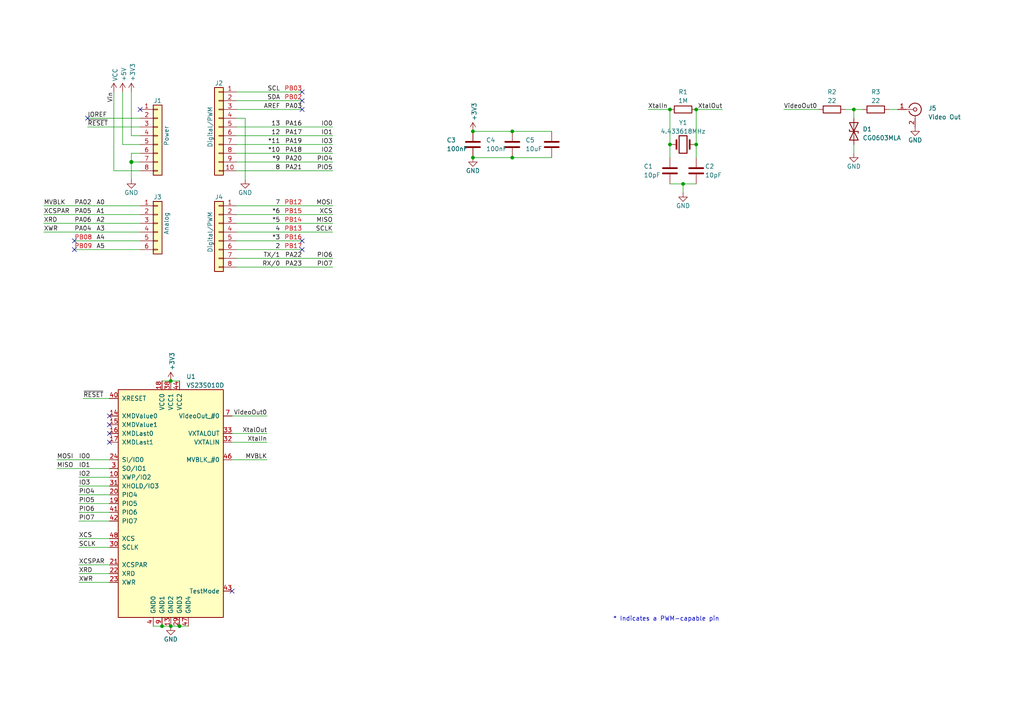
<source format=kicad_sch>
(kicad_sch (version 20230121) (generator eeschema)
  (paper "A4")
  (title_block (date "mar. 31 mars 2015"))
  (lib_symbols
    (symbol "Connector:Conn_Coaxial" (pin_names (offset 1.016) hide)
      (property "Reference" "J" (at 0.254 3.048 0))
      (property "Value" "Conn_Coaxial" (at 2.921 0 90))
      (symbol "Conn_Coaxial_0_1"
        (arc (start -1.778 -0.508) (mid 0.2311 -1.8066) (end 1.778 0) (stroke (width 0.254)))
        (polyline (pts (xy -2.54 0) (xy -0.508 0)))
        (polyline (pts (xy 0 -2.54) (xy 0 -1.778)))
        (circle (center 0 0) (radius 0.508) (stroke (width 0.2032)))
        (arc (start 1.778 0) (mid 0.2099 1.8101) (end -1.778 0.508) (stroke (width 0.254)))
      )
      (symbol "Conn_Coaxial_1_1"
        (pin passive line (at -5.08 0 0) (length 2.54) (name "In") (number "1"))
        (pin passive line (at 0 -5.08 90) (length 2.54) (name "Ext") (number "2"))
      )
    )
    (symbol "Connector_Generic:Conn_01x06" (pin_names (offset 1.016) hide)
      (property "Reference" "J" (at 0 7.62 0))
      (property "Value" "Conn_01x06" (at 0 -10.16 0))
      (symbol "Conn_01x06_1_1"
        (rectangle (start -1.27 -7.493) (end 0 -7.747) (stroke (width 0.1524)))
        (rectangle (start -1.27 -4.953) (end 0 -5.207) (stroke (width 0.1524)))
        (rectangle (start -1.27 -2.413) (end 0 -2.667) (stroke (width 0.1524)))
        (rectangle (start -1.27 0.127) (end 0 -0.127) (stroke (width 0.1524)))
        (rectangle (start -1.27 2.667) (end 0 2.413) (stroke (width 0.1524)))
        (rectangle (start -1.27 5.207) (end 0 4.953) (stroke (width 0.1524)))
        (rectangle (start -1.27 6.35) (end 1.27 -8.89) (stroke (width 0.254)) (fill (type background)))
        (pin passive line (at -5.08 5.08 0) (length 3.81) (name "Pin_1") (number "1"))
        (pin passive line (at -5.08 2.54 0) (length 3.81) (name "Pin_2") (number "2"))
        (pin passive line (at -5.08 0 0) (length 3.81) (name "Pin_3") (number "3"))
        (pin passive line (at -5.08 -2.54 0) (length 3.81) (name "Pin_4") (number "4"))
        (pin passive line (at -5.08 -5.08 0) (length 3.81) (name "Pin_5") (number "5"))
        (pin passive line (at -5.08 -7.62 0) (length 3.81) (name "Pin_6") (number "6"))
      )
    )
    (symbol "Connector_Generic:Conn_01x08" (pin_names (offset 1.016) hide)
      (property "Reference" "J" (at 0 10.16 0))
      (property "Value" "Conn_01x08" (at 0 -12.7 0))
      (symbol "Conn_01x08_1_1"
        (rectangle (start -1.27 -10.033) (end 0 -10.287) (stroke (width 0.1524)))
        (rectangle (start -1.27 -7.493) (end 0 -7.747) (stroke (width 0.1524)))
        (rectangle (start -1.27 -4.953) (end 0 -5.207) (stroke (width 0.1524)))
        (rectangle (start -1.27 -2.413) (end 0 -2.667) (stroke (width 0.1524)))
        (rectangle (start -1.27 0.127) (end 0 -0.127) (stroke (width 0.1524)))
        (rectangle (start -1.27 2.667) (end 0 2.413) (stroke (width 0.1524)))
        (rectangle (start -1.27 5.207) (end 0 4.953) (stroke (width 0.1524)))
        (rectangle (start -1.27 7.747) (end 0 7.493) (stroke (width 0.1524)))
        (rectangle (start -1.27 8.89) (end 1.27 -11.43) (stroke (width 0.254)) (fill (type background)))
        (pin passive line (at -5.08 7.62 0) (length 3.81) (name "Pin_1") (number "1"))
        (pin passive line (at -5.08 5.08 0) (length 3.81) (name "Pin_2") (number "2"))
        (pin passive line (at -5.08 2.54 0) (length 3.81) (name "Pin_3") (number "3"))
        (pin passive line (at -5.08 0 0) (length 3.81) (name "Pin_4") (number "4"))
        (pin passive line (at -5.08 -2.54 0) (length 3.81) (name "Pin_5") (number "5"))
        (pin passive line (at -5.08 -5.08 0) (length 3.81) (name "Pin_6") (number "6"))
        (pin passive line (at -5.08 -7.62 0) (length 3.81) (name "Pin_7") (number "7"))
        (pin passive line (at -5.08 -10.16 0) (length 3.81) (name "Pin_8") (number "8"))
      )
    )
    (symbol "Connector_Generic:Conn_01x10" (pin_names (offset 1.016) hide)
      (property "Reference" "J" (at 0 12.7 0))
      (property "Value" "Conn_01x10" (at 0 -15.24 0))
      (symbol "Conn_01x10_1_1"
        (rectangle (start -1.27 -12.573) (end 0 -12.827) (stroke (width 0.1524)))
        (rectangle (start -1.27 -10.033) (end 0 -10.287) (stroke (width 0.1524)))
        (rectangle (start -1.27 -7.493) (end 0 -7.747) (stroke (width 0.1524)))
        (rectangle (start -1.27 -4.953) (end 0 -5.207) (stroke (width 0.1524)))
        (rectangle (start -1.27 -2.413) (end 0 -2.667) (stroke (width 0.1524)))
        (rectangle (start -1.27 0.127) (end 0 -0.127) (stroke (width 0.1524)))
        (rectangle (start -1.27 2.667) (end 0 2.413) (stroke (width 0.1524)))
        (rectangle (start -1.27 5.207) (end 0 4.953) (stroke (width 0.1524)))
        (rectangle (start -1.27 7.747) (end 0 7.493) (stroke (width 0.1524)))
        (rectangle (start -1.27 10.287) (end 0 10.033) (stroke (width 0.1524)))
        (rectangle (start -1.27 11.43) (end 1.27 -13.97) (stroke (width 0.254)) (fill (type background)))
        (pin passive line (at -5.08 10.16 0) (length 3.81) (name "Pin_1") (number "1"))
        (pin passive line (at -5.08 -12.7 0) (length 3.81) (name "Pin_10") (number "10"))
        (pin passive line (at -5.08 7.62 0) (length 3.81) (name "Pin_2") (number "2"))
        (pin passive line (at -5.08 5.08 0) (length 3.81) (name "Pin_3") (number "3"))
        (pin passive line (at -5.08 2.54 0) (length 3.81) (name "Pin_4") (number "4"))
        (pin passive line (at -5.08 0 0) (length 3.81) (name "Pin_5") (number "5"))
        (pin passive line (at -5.08 -2.54 0) (length 3.81) (name "Pin_6") (number "6"))
        (pin passive line (at -5.08 -5.08 0) (length 3.81) (name "Pin_7") (number "7"))
        (pin passive line (at -5.08 -7.62 0) (length 3.81) (name "Pin_8") (number "8"))
        (pin passive line (at -5.08 -10.16 0) (length 3.81) (name "Pin_9") (number "9"))
      )
    )
    (symbol "Device:C" (pin_numbers hide) (pin_names (offset 0.254))
      (property "Reference" "C" (at 0.635 2.54 0))
      (property "Value" "C" (at 0.635 -2.54 0))
      (symbol "C_0_1"
        (polyline (pts (xy -2.032 -0.762) (xy 2.032 -0.762)) (stroke (width 0.508)))
        (polyline (pts (xy -2.032 0.762) (xy 2.032 0.762)) (stroke (width 0.508)))
      )
      (symbol "C_1_1"
        (pin passive line (at 0 3.81 270) (length 2.794) (name "~") (number "1"))
        (pin passive line (at 0 -3.81 90) (length 2.794) (name "~") (number "2"))
      )
    )
    (symbol "Device:Crystal" (pin_numbers hide) (pin_names (offset 1.016) hide)
      (property "Reference" "Y" (at 0 3.81 0))
      (property "Value" "Crystal" (at 0 -3.81 0))
      (symbol "Crystal_0_1"
        (rectangle (start -1.143 2.54) (end 1.143 -2.54) (stroke (width 0.3048)))
        (polyline (pts (xy -2.54 0) (xy -1.905 0)))
        (polyline (pts (xy -1.905 -1.27) (xy -1.905 1.27)) (stroke (width 0.508)))
        (polyline (pts (xy 1.905 -1.27) (xy 1.905 1.27)) (stroke (width 0.508)))
        (polyline (pts (xy 2.54 0) (xy 1.905 0)))
      )
      (symbol "Crystal_1_1"
        (pin passive line (at -3.81 0 0) (length 1.27) (name "1") (number "1"))
        (pin passive line (at 3.81 0 180) (length 1.27) (name "2") (number "2"))
      )
    )
    (symbol "Device:D_TVS" (pin_numbers hide) (pin_names (offset 1.016) hide)
      (property "Reference" "D" (at 0 2.54 0))
      (property "Value" "D_TVS" (at 0 -2.54 0))
      (symbol "D_TVS_0_1"
        (polyline (pts (xy 1.27 0) (xy -1.27 0)))
        (polyline (pts (xy 0.508 1.27) (xy 0 1.27) (xy 0 -1.27) (xy -0.508 -1.27)) (stroke (width 0.254)))
        (polyline (pts (xy -2.54 1.27) (xy -2.54 -1.27) (xy 2.54 1.27) (xy 2.54 -1.27) (xy -2.54 1.27)) (stroke (width 0.254)))
      )
      (symbol "D_TVS_1_1"
        (pin passive line (at -3.81 0 0) (length 2.54) (name "A1") (number "1"))
        (pin passive line (at 3.81 0 180) (length 2.54) (name "A2") (number "2"))
      )
    )
    (symbol "Device:R" (pin_numbers hide) (pin_names (offset 0))
      (property "Reference" "R" (at 2.032 0 90))
      (property "Value" "R" (at 0 0 90))
      (symbol "R_0_1"
        (rectangle (start -1.016 -2.54) (end 1.016 2.54) (stroke (width 0.254)))
      )
      (symbol "R_1_1"
        (pin passive line (at 0 3.81 270) (length 1.27) (name "~") (number "1"))
        (pin passive line (at 0 -3.81 90) (length 1.27) (name "~") (number "2"))
      )
    )
    (symbol "VLSI_VS23:VS23S010D-L" (pin_names (offset 1.016))
      (property "Reference" "U" (at -12.7 34.29 0))
      (property "Value" "VS23S010D" (at 24.13 34.29 0))
      (symbol "VS23S010D-L_0_1"
        (rectangle (start -15.24 33.02) (end 15.24 -33.02) (stroke (width 0.254)) (fill (type background)))
      )
      (symbol "VS23S010D-L_1_1"
        (pin bidirectional line (at -17.78 7.62 0) (length 2.54) (name "XWP/IO2") (number "10"))
        (pin power_in line (at 0 -35.56 90) (length 2.54) (name "GND2") (number "13"))
        (pin input line (at -17.78 25.4 0) (length 2.54) (name "XMDValue0") (number "14"))
        (pin input line (at -17.78 22.86 0) (length 2.54) (name "XMDValue1") (number "15"))
        (pin input line (at -17.78 20.32 0) (length 2.54) (name "XMDLast0") (number "16"))
        (pin input line (at -17.78 17.78 0) (length 2.54) (name "XMDLast1") (number "17"))
        (pin power_in line (at -2.54 35.56 270) (length 2.54) (name "VCC0") (number "18"))
        (pin bidirectional line (at -17.78 0 0) (length 2.54) (name "PIO5") (number "19"))
        (pin bidirectional line (at -17.78 2.54 0) (length 2.54) (name "PIO4") (number "20"))
        (pin input line (at -17.78 -17.78 0) (length 2.54) (name "XCSPAR") (number "21"))
        (pin input line (at -17.78 -20.32 0) (length 2.54) (name "XRD") (number "22"))
        (pin input line (at -17.78 -22.86 0) (length 2.54) (name "XWR") (number "23"))
        (pin bidirectional line (at -17.78 12.7 0) (length 2.54) (name "SI/IO0") (number "24"))
        (pin power_in line (at 2.54 -35.56 90) (length 2.54) (name "GND3") (number "29"))
        (pin bidirectional line (at -17.78 10.16 0) (length 2.54) (name "SO/IO1") (number "3"))
        (pin input line (at -17.78 -12.7 0) (length 2.54) (name "SCLK") (number "30"))
        (pin bidirectional line (at -17.78 5.08 0) (length 2.54) (name "XHOLD/IO3") (number "31"))
        (pin input line (at 17.78 17.78 180) (length 2.54) (name "VXTALIN") (number "32"))
        (pin output line (at 17.78 20.32 180) (length 2.54) (name "VXTALOUT") (number "33"))
        (pin power_in line (at 0 35.56 270) (length 2.54) (name "VCC1") (number "38"))
        (pin no_connect line (at 17.78 -22.86 180) (length 2.54) hide (name "CVDD") (number "39"))
        (pin power_in line (at -5.08 -35.56 90) (length 2.54) (name "GND0") (number "4"))
        (pin input line (at -17.78 30.48 0) (length 2.54) (name "XRESET") (number "40"))
        (pin bidirectional line (at -17.78 -2.54 0) (length 2.54) (name "PIO6") (number "41"))
        (pin bidirectional line (at -17.78 -5.08 0) (length 2.54) (name "PIO7") (number "42"))
        (pin input line (at 17.78 -25.4 180) (length 2.54) (name "TestMode") (number "43"))
        (pin power_in line (at 2.54 35.56 270) (length 2.54) (name "VCC2") (number "44"))
        (pin output line (at 17.78 12.7 180) (length 2.54) (name "MVBLK_#0") (number "46"))
        (pin power_in line (at 5.08 -35.56 90) (length 2.54) (name "GND4") (number "47"))
        (pin input line (at -17.78 -10.16 0) (length 2.54) (name "XCS") (number "48"))
        (pin output line (at 17.78 25.4 180) (length 2.54) (name "VideoOut_#0") (number "7"))
        (pin power_in line (at -2.54 -35.56 90) (length 2.54) (name "GND1") (number "9"))
      )
    )
    (symbol "power:+3V3" (power) (pin_names (offset 0))
      (property "Value" "+3V3" (at 0 3.556 0))
      (symbol "+3V3_0_1"
        (polyline (pts (xy -0.762 1.27) (xy 0 2.54)))
        (polyline (pts (xy 0 0) (xy 0 2.54)))
        (polyline (pts (xy 0 2.54) (xy 0.762 1.27)))
      )
      (symbol "+3V3_1_1"
        (pin power_in line (at 0 0 90) (length 0) hide (name "+3V3") (number "1"))
      )
    )
    (symbol "power:+5V" (power) (pin_names (offset 0))
      (property "Value" "+5V" (at 0 3.556 0))
      (symbol "+5V_0_1"
        (polyline (pts (xy -0.762 1.27) (xy 0 2.54)))
        (polyline (pts (xy 0 0) (xy 0 2.54)))
        (polyline (pts (xy 0 2.54) (xy 0.762 1.27)))
      )
      (symbol "+5V_1_1"
        (pin power_in line (at 0 0 90) (length 0) hide (name "+5V") (number "1"))
      )
    )
    (symbol "power:GND" (power) (pin_names (offset 0))
      (property "Value" "GND" (at 0 -3.81 0))
      (symbol "GND_0_1"
        (polyline (pts (xy 0 0) (xy 0 -1.27) (xy 1.27 -1.27) (xy 0 -2.54) (xy -1.27 -1.27) (xy 0 -1.27)))
      )
      (symbol "GND_1_1"
        (pin power_in line (at 0 0 270) (length 0) hide (name "GND") (number "1"))
      )
    )
    (symbol "power:VCC" (power) (pin_names (offset 0))
      (property "Value" "VCC" (at 0 3.81 0))
      (symbol "VCC_0_1"
        (polyline (pts (xy -0.762 1.27) (xy 0 2.54)))
        (polyline (pts (xy 0 0) (xy 0 2.54)))
        (polyline (pts (xy 0 2.54) (xy 0.762 1.27)))
      )
      (symbol "VCC_1_1"
        (pin power_in line (at 0 0 90) (length 0) hide (name "VCC") (number "1"))
      )
    )
  )
  (junction (at 194.31 41.91))
  (junction (at 49.53 110.49))
  (junction (at 198.12 53.34))
  (junction (at 137.16 45.72))
  (junction (at 137.16 38.1))
  (junction (at 38.1 46.99) (diameter 1.016))
  (junction (at 52.07 181.61))
  (junction (at 49.53 181.61))
  (junction (at 201.93 41.91))
  (junction (at 247.65 31.75))
  (junction (at 201.93 31.75))
  (junction (at 194.31 31.75))
  (junction (at 148.59 38.1))
  (junction (at 46.99 181.61))
  (junction (at 148.59 45.72))
  (no_connect (at 67.31 171.45))
  (no_connect (at 31.75 128.27))
  (no_connect (at 87.63 72.39))
  (no_connect (at 21.59 72.39))
  (no_connect (at 31.75 125.73))
  (no_connect (at 87.63 69.85))
  (no_connect (at 87.63 26.67))
  (no_connect (at 31.75 120.65))
  (no_connect (at 87.63 29.21))
  (no_connect (at 31.75 123.19))
  (no_connect (at 87.63 31.75))
  (no_connect (at 25.4 34.29))
  (no_connect (at 21.59 69.85))
  (no_connect (at 40.64 31.75))
  (wire (pts (xy 68.58 77.47) (xy 96.52 77.47)))
  (wire (pts (xy 227.33 31.75) (xy 237.49 31.75)))
  (wire (pts (xy 68.58 44.45) (xy 96.52 44.45)))
  (wire (pts (xy 245.11 31.75) (xy 247.65 31.75)))
  (wire (pts (xy 12.7 62.23) (xy 40.64 62.23)))
  (wire (pts (xy 68.58 26.67) (xy 87.63 26.67)))
  (wire (pts (xy 247.65 34.29) (xy 247.65 31.75)))
  (wire (pts (xy 194.31 53.34) (xy 198.12 53.34)))
  (wire (pts (xy 247.65 41.91) (xy 247.65 44.45)))
  (wire (pts (xy 38.1 44.45) (xy 38.1 46.99)))
  (wire (pts (xy 16.51 133.35) (xy 31.75 133.35)))
  (wire (pts (xy 12.7 67.31) (xy 40.64 67.31)))
  (wire (pts (xy 21.59 69.85) (xy 40.64 69.85)))
  (wire (pts (xy 198.12 53.34) (xy 201.93 53.34)))
  (wire (pts (xy 22.86 140.97) (xy 31.75 140.97)))
  (wire (pts (xy 22.86 168.91) (xy 31.75 168.91)))
  (wire (pts (xy 38.1 46.99) (xy 38.1 52.07)))
  (wire (pts (xy 38.1 39.37) (xy 40.64 39.37)))
  (wire (pts (xy 35.56 41.91) (xy 40.64 41.91)))
  (wire (pts (xy 35.56 26.67) (xy 35.56 41.91)))
  (wire (pts (xy 247.65 31.75) (xy 250.19 31.75)))
  (wire (pts (xy 68.58 36.83) (xy 96.52 36.83)))
  (wire (pts (xy 38.1 26.67) (xy 38.1 39.37)))
  (wire (pts (xy 68.58 59.69) (xy 96.52 59.69)))
  (wire (pts (xy 49.53 110.49) (xy 52.07 110.49)))
  (wire (pts (xy 201.93 31.75) (xy 209.55 31.75)))
  (wire (pts (xy 68.58 39.37) (xy 96.52 39.37)))
  (wire (pts (xy 22.86 143.51) (xy 31.75 143.51)))
  (wire (pts (xy 68.58 62.23) (xy 96.52 62.23)))
  (wire (pts (xy 257.81 31.75) (xy 260.35 31.75)))
  (wire (pts (xy 68.58 31.75) (xy 87.63 31.75)))
  (wire (pts (xy 22.86 151.13) (xy 31.75 151.13)))
  (wire (pts (xy 68.58 46.99) (xy 96.52 46.99)))
  (wire (pts (xy 137.16 38.1) (xy 148.59 38.1)))
  (wire (pts (xy 187.96 31.75) (xy 194.31 31.75)))
  (wire (pts (xy 68.58 69.85) (xy 87.63 69.85)))
  (wire (pts (xy 68.58 67.31) (xy 96.52 67.31)))
  (wire (pts (xy 22.86 148.59) (xy 31.75 148.59)))
  (wire (pts (xy 44.45 181.61) (xy 46.99 181.61)))
  (wire (pts (xy 22.86 166.37) (xy 31.75 166.37)))
  (wire (pts (xy 194.31 31.75) (xy 194.31 41.91)))
  (wire (pts (xy 71.12 34.29) (xy 71.12 52.07)))
  (wire (pts (xy 21.59 72.39) (xy 40.64 72.39)))
  (wire (pts (xy 67.31 125.73) (xy 77.47 125.73)))
  (wire (pts (xy 25.4 36.83) (xy 40.64 36.83)))
  (wire (pts (xy 24.13 115.57) (xy 31.75 115.57)))
  (wire (pts (xy 22.86 138.43) (xy 31.75 138.43)))
  (wire (pts (xy 40.64 46.99) (xy 38.1 46.99)))
  (wire (pts (xy 148.59 45.72) (xy 160.02 45.72)))
  (wire (pts (xy 22.86 158.75) (xy 31.75 158.75)))
  (wire (pts (xy 201.93 31.75) (xy 201.93 41.91)))
  (wire (pts (xy 40.64 49.53) (xy 33.02 49.53)))
  (wire (pts (xy 68.58 72.39) (xy 87.63 72.39)))
  (wire (pts (xy 22.86 156.21) (xy 31.75 156.21)))
  (wire (pts (xy 12.7 59.69) (xy 40.64 59.69)))
  (wire (pts (xy 22.86 146.05) (xy 31.75 146.05)))
  (wire (pts (xy 12.7 64.77) (xy 40.64 64.77)))
  (wire (pts (xy 68.58 34.29) (xy 71.12 34.29)))
  (wire (pts (xy 194.31 41.91) (xy 194.31 45.72)))
  (wire (pts (xy 40.64 44.45) (xy 38.1 44.45)))
  (wire (pts (xy 68.58 41.91) (xy 96.52 41.91)))
  (wire (pts (xy 46.99 181.61) (xy 49.53 181.61)))
  (wire (pts (xy 52.07 181.61) (xy 54.61 181.61)))
  (wire (pts (xy 49.53 181.61) (xy 52.07 181.61)))
  (wire (pts (xy 67.31 120.65) (xy 77.47 120.65)))
  (wire (pts (xy 198.12 53.34) (xy 198.12 55.88)))
  (wire (pts (xy 25.4 34.29) (xy 40.64 34.29)))
  (wire (pts (xy 148.59 38.1) (xy 160.02 38.1)))
  (wire (pts (xy 68.58 49.53) (xy 96.52 49.53)))
  (wire (pts (xy 16.51 135.89) (xy 31.75 135.89)))
  (wire (pts (xy 68.58 29.21) (xy 87.63 29.21)))
  (wire (pts (xy 46.99 110.49) (xy 49.53 110.49)))
  (wire (pts (xy 137.16 45.72) (xy 148.59 45.72)))
  (wire (pts (xy 22.86 163.83) (xy 31.75 163.83)))
  (wire (pts (xy 67.31 133.35) (xy 77.47 133.35)))
  (wire (pts (xy 68.58 64.77) (xy 96.52 64.77)))
  (wire (pts (xy 201.93 41.91) (xy 201.93 45.72)))
  (wire (pts (xy 67.31 128.27) (xy 77.47 128.27)))
  (wire (pts (xy 68.58 74.93) (xy 96.52 74.93)))
  (wire (pts (xy 33.02 49.53) (xy 33.02 26.67)))
  (text "* Indicates a PWM-capable pin" (at 177.8 180.34 0) (effects (font (size 1.27 1.27)) (justify left bottom)))
  (label "RX{slash}0" (at 81.28 77.47 180))
  (label "A2" (at 27.94 64.77 0))
  (label "4" (at 81.28 67.31 180))
  (label "PIO7" (at 96.52 77.47 180))
  (label "XtalOut" (at 77.47 125.73 180))
  (label "PIO7" (at 22.86 151.13 0))
  (label "XtalOut" (at 209.55 31.75 180))
  (label "PB03" (at 87.63 26.67 180))
  (label "2" (at 81.28 72.39 180))
  (label "MVBLK" (at 77.47 133.35 180))
  (label "XCSPAR" (at 22.86 163.83 0))
  (label "SCLK" (at 22.86 158.75 0))
  (label "A3" (at 27.94 67.31 0))
  (label "XWR" (at 22.86 168.91 0))
  (label "13" (at 81.28 36.83 180))
  (label "PB13" (at 87.63 67.31 180))
  (label "PIO4" (at 22.86 143.51 0))
  (label "PB15" (at 87.63 62.23 180))
  (label "PB16" (at 87.63 69.85 180))
  (label "IO1" (at 96.52 39.37 180))
  (label "VideoOut0" (at 227.33 31.75 0))
  (label "PB14" (at 87.63 64.77 180))
  (label "12" (at 81.28 39.37 180))
  (label "~{RESET}" (at 25.4 36.83 0))
  (label "PA04" (at 21.59 67.31 0))
  (label "*10" (at 81.28 44.45 180))
  (label "IO0" (at 96.52 36.83 180))
  (label "PIO6" (at 22.86 148.59 0))
  (label "SCLK" (at 96.52 67.31 180))
  (label "PA16" (at 87.63 36.83 180))
  (label "PA03" (at 87.63 31.75 180))
  (label "MOSI" (at 96.52 59.69 180))
  (label "PIO5" (at 96.52 49.53 180))
  (label "PB09" (at 21.59 72.39 0))
  (label "XtalIn" (at 77.47 128.27 180))
  (label "PB17" (at 87.63 72.39 180))
  (label "MISO" (at 16.51 135.89 0))
  (label "IO2" (at 96.52 44.45 180))
  (label "PA05" (at 21.59 62.23 0))
  (label "PB02" (at 87.63 29.21 180))
  (label "XRD" (at 12.7 64.77 0))
  (label "PA02" (at 21.59 59.69 0))
  (label "7" (at 81.28 59.69 180))
  (label "SDA" (at 81.28 29.21 180))
  (label "8" (at 81.28 49.53 180))
  (label "MOSI" (at 16.51 133.35 0))
  (label "PA22" (at 87.63 74.93 180))
  (label "PA19" (at 87.63 41.91 180))
  (label "PA20" (at 87.63 46.99 180))
  (label "XtalIn" (at 187.96 31.75 0))
  (label "IO2" (at 22.86 138.43 0))
  (label "IO3" (at 96.52 41.91 180))
  (label "*11" (at 81.28 41.91 180))
  (label "*3" (at 81.28 69.85 180))
  (label "PA23" (at 87.63 77.47 180))
  (label "XCSPAR" (at 12.7 62.23 0))
  (label "PB12" (at 87.63 59.69 180))
  (label "PIO6" (at 96.52 74.93 180))
  (label "XWR" (at 12.7 67.31 0))
  (label "PA06" (at 21.59 64.77 0))
  (label "A1" (at 27.94 62.23 0))
  (label "TX{slash}1" (at 81.28 74.93 180))
  (label "IO3" (at 22.86 140.97 0))
  (label "VideoOut0" (at 77.47 120.65 180))
  (label "PA17" (at 87.63 39.37 180))
  (label "A0" (at 27.94 59.69 0))
  (label "IO0" (at 22.86 133.35 0))
  (label "AREF" (at 81.28 31.75 180))
  (label "XCS" (at 22.86 156.21 0))
  (label "Vin" (at 33.02 26.67 270))
  (label "MISO" (at 96.52 64.77 180))
  (label "*6" (at 81.28 62.23 180))
  (label "SCL" (at 81.28 26.67 180))
  (label "*9" (at 81.28 46.99 180))
  (label "XCS" (at 96.52 62.23 180))
  (label "PA21" (at 87.63 49.53 180))
  (label "*5" (at 81.28 64.77 180))
  (label "XRD" (at 22.86 166.37 0))
  (label "IOREF" (at 25.4 34.29 0))
  (label "MVBLK" (at 12.7 59.69 0))
  (label "~{RESET}" (at 24.13 115.57 0))
  (label "PIO4" (at 96.52 46.99 180))
  (label "PIO5" (at 22.86 146.05 0))
  (label "A4" (at 27.94 69.85 0))
  (label "IO1" (at 22.86 135.89 0))
  (label "A5" (at 27.94 72.39 0))
  (label "PB08" (at 21.59 69.85 0))
  (label "PA18" (at 87.63 44.45 180))
  (symbol (lib_id "Connector_Generic:Conn_01x08") (at 45.72 39.37 0) (unit 1)
    (property "Reference" "J1" (at 45.72 29.21 0))
    (property "Value" "Power" (at 48.26 39.37 90))
    (property "Footprint" "Connector_PinSocket_2.54mm:PinSocket_1x08_P2.54mm_Vertical" (effects hide))
  )
  (symbol (lib_id "power:+3V3") (at 38.1 26.67 0) (unit 1)
    (property "Reference" "#PWR03" (effects hide))
    (property "Value" "+3.3V" (at 38.481 23.622 90) (effects (justify left)))
  )
  (symbol (lib_id "power:+5V") (at 35.56 26.67 0) (unit 1)
    (property "Reference" "#PWR02" (effects hide))
    (property "Value" "+5V" (at 35.9156 23.622 90) (effects (justify left)))
  )
  (symbol (lib_id "power:GND") (at 38.1 52.07 0) (unit 1)
    (property "Reference" "#PWR04" (effects hide))
    (property "Value" "GND" (at 38.1 55.88 0))
  )
  (symbol (lib_id "Connector_Generic:Conn_01x10") (at 63.5 36.83 0) (mirror y) (unit 1)
    (property "Reference" "J2" (at 63.5 24.13 0))
    (property "Value" "Digital/PWM" (at 60.96 36.83 90))
    (property "Footprint" "Connector_PinSocket_2.54mm:PinSocket_1x10_P2.54mm_Vertical" (effects hide))
  )
  (symbol (lib_id "power:GND") (at 71.12 52.07 0) (unit 1)
    (property "Reference" "#PWR05" (effects hide))
    (property "Value" "GND" (at 71.12 55.88 0))
  )
  (symbol (lib_id "Connector_Generic:Conn_01x06") (at 45.72 64.77 0) (unit 1)
    (property "Reference" "J3" (at 45.72 57.15 0))
    (property "Value" "Analog" (at 48.26 64.77 90))
    (property "Footprint" "Connector_PinSocket_2.54mm:PinSocket_1x06_P2.54mm_Vertical" (effects hide))
  )
  (symbol (lib_id "Connector_Generic:Conn_01x08") (at 63.5 67.31 0) (mirror y) (unit 1)
    (property "Reference" "J4" (at 63.5 57.15 0))
    (property "Value" "Digital/PWM" (at 60.96 67.31 90))
    (property "Footprint" "Connector_PinSocket_2.54mm:PinSocket_1x08_P2.54mm_Vertical" (effects hide))
  )
  (symbol (lib_id "power:+3V3") (at 49.53 110.49 0) (unit 1)
    (property "Reference" "#PWR07" (effects hide))
    (property "Value" "+3.3V" (at 49.911 107.442 90) (effects (justify left)))
  )
  (symbol (lib_id "Device:Crystal") (at 198.12 41.91 0) (unit 1)
    (property "Reference" "Y1" (at 198.12 35.56 0))
    (property "Value" "4.433618MHz" (at 198.12 38.1 0))
    (property "Footprint" "Crystal:Resonator-2Pin_W8.0mm_H3.5mm" (effects hide))
  )
  (symbol (lib_id "power:+3V3") (at 137.16 38.1 0) (unit 1)
    (property "Reference" "#PWR011" (effects hide))
    (property "Value" "+3.3V" (at 137.541 35.052 90) (effects (justify left)))
  )
  (symbol (lib_id "VLSI_VS23:VS23S010D-L") (at 49.53 146.05 0) (unit 1)
    (property "Reference" "U1" (at 54.0259 109.22 0) (effects (justify left)))
    (property "Value" "VS23S010D" (at 54.0259 111.76 0) (effects (justify left)))
    (property "Footprint" "Package_QFP:LQFP-48_7x7mm_P0.5mm" (effects hide))
    (property "Datasheet" "https://www.vlsi.fi/fileadmin/datasheets/vs23s010.pdf" (effects hide))
  )
  (symbol (lib_id "Device:C") (at 194.31 49.53 180) (unit 1)
    (property "Reference" "C1" (at 186.69 48.26 0) (effects (justify right)))
    (property "Value" "10pF" (at 186.69 50.8 0) (effects (justify right)))
    (property "Footprint" "Capacitor_SMD:C_0201_0603Metric" (effects hide))
  )
  (symbol (lib_id "power:VCC") (at 33.02 26.67 0) (unit 1)
    (property "Reference" "#PWR01" (effects hide))
    (property "Value" "VCC" (at 33.401 23.622 90) (effects (justify left)))
  )
  (symbol (lib_id "power:GND") (at 198.12 55.88 0) (unit 1)
    (property "Reference" "#PWR08" (effects hide))
    (property "Value" "GND" (at 198.12 59.69 0))
  )
  (symbol (lib_id "power:GND") (at 137.16 45.72 0) (unit 1)
    (property "Reference" "#PWR012" (effects hide))
    (property "Value" "GND" (at 137.16 49.53 0))
  )
  (symbol (lib_id "Device:C") (at 160.02 41.91 180) (unit 1)
    (property "Reference" "C5" (at 152.4 40.64 0) (effects (justify right)))
    (property "Value" "10uF" (at 152.4 43.18 0) (effects (justify right)))
    (property "Footprint" "Capacitor_SMD:C_0201_0603Metric" (effects hide))
  )
  (symbol (lib_id "power:GND") (at 49.53 181.61 0) (unit 1)
    (property "Reference" "#PWR010" (effects hide))
    (property "Value" "GND" (at 49.53 185.42 0))
  )
  (symbol (lib_id "power:GND") (at 265.43 36.83 0) (unit 1)
    (property "Reference" "#PWR06" (effects hide))
    (property "Value" "GND" (at 265.43 40.64 0))
  )
  (symbol (lib_id "power:GND") (at 247.65 44.45 0) (unit 1)
    (property "Reference" "#PWR09" (effects hide))
    (property "Value" "GND" (at 247.65 48.26 0))
  )
  (symbol (lib_id "Device:R") (at 198.12 31.75 90) (unit 1)
    (property "Reference" "R1" (at 198.12 26.67 90))
    (property "Value" "1M" (at 198.12 29.21 90))
    (property "Footprint" "Resistor_SMD:R_0201_0603Metric" (effects hide))
  )
  (symbol (lib_id "Device:D_TVS") (at 247.65 38.1 90) (unit 1)
    (property "Reference" "D1" (at 250.19 37.465 90) (effects (justify right)))
    (property "Value" "CG0603MLA" (at 250.19 40.005 90) (effects (justify right)))
    (property "Footprint" "Diode_SMD:D_0201_0603Metric" (effects hide))
  )
  (symbol (lib_id "Device:C") (at 148.59 41.91 180) (unit 1)
    (property "Reference" "C4" (at 140.97 40.64 0) (effects (justify right)))
    (property "Value" "100nF" (at 140.97 43.18 0) (effects (justify right)))
    (property "Footprint" "Capacitor_SMD:C_0201_0603Metric" (effects hide))
  )
  (symbol (lib_id "Device:R") (at 241.3 31.75 90) (unit 1)
    (property "Reference" "R2" (at 241.3 26.67 90))
    (property "Value" "22" (at 241.3 29.21 90))
    (property "Footprint" "Resistor_SMD:R_0201_0603Metric" (effects hide))
  )
  (symbol (lib_id "Device:C") (at 137.16 41.91 180) (unit 1)
    (property "Reference" "C3" (at 129.54 40.64 0) (effects (justify right)))
    (property "Value" "100nF" (at 129.54 43.18 0) (effects (justify right)))
    (property "Footprint" "Capacitor_SMD:C_0201_0603Metric" (effects hide))
  )
  (symbol (lib_id "Device:R") (at 254 31.75 90) (unit 1)
    (property "Reference" "R3" (at 254 26.67 90))
    (property "Value" "22" (at 254 29.21 90))
    (property "Footprint" "Resistor_SMD:R_0201_0603Metric" (effects hide))
  )
  (symbol (lib_id "Connector:Conn_Coaxial") (at 265.43 31.75 0) (unit 1)
    (property "Reference" "J5" (at 269.24 31.4082 0) (effects (justify left)))
    (property "Value" "Video Out" (at 269.24 33.9482 0) (effects (justify left)))
    (property "Footprint" "RCA_Connector:RCJ014" (effects hide))
    (property "Datasheet" " ~" (effects hide))
  )
  (symbol (lib_id "Device:C") (at 201.93 49.53 180) (unit 1)
    (property "Reference" "C2" (at 204.47 48.26 0) (effects (justify right)))
    (property "Value" "10pF" (at 204.47 50.8 0) (effects (justify right)))
    (property "Footprint" "Capacitor_SMD:C_0201_0603Metric" (effects hide))
  )
)
</source>
